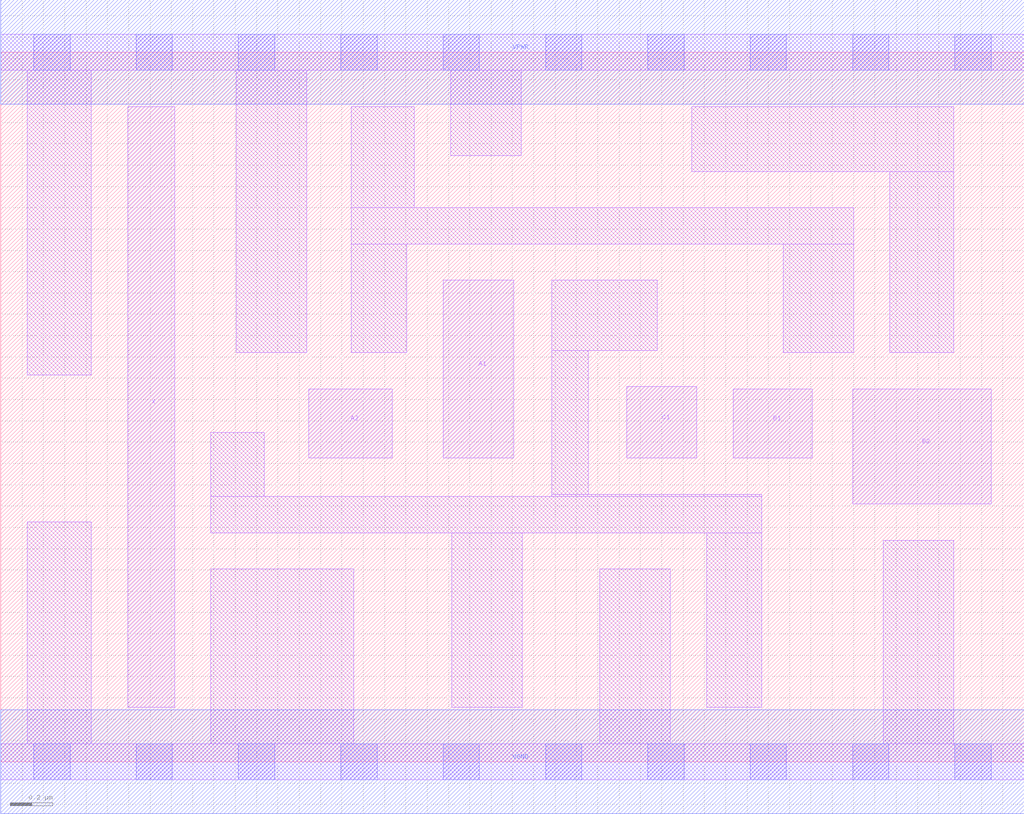
<source format=lef>
# Copyright 2020 The SkyWater PDK Authors
#
# Licensed under the Apache License, Version 2.0 (the "License");
# you may not use this file except in compliance with the License.
# You may obtain a copy of the License at
#
#     https://www.apache.org/licenses/LICENSE-2.0
#
# Unless required by applicable law or agreed to in writing, software
# distributed under the License is distributed on an "AS IS" BASIS,
# WITHOUT WARRANTIES OR CONDITIONS OF ANY KIND, either express or implied.
# See the License for the specific language governing permissions and
# limitations under the License.
#
# SPDX-License-Identifier: Apache-2.0

VERSION 5.7 ;
  NAMESCASESENSITIVE ON ;
  NOWIREEXTENSIONATPIN ON ;
  DIVIDERCHAR "/" ;
  BUSBITCHARS "[]" ;
UNITS
  DATABASE MICRONS 200 ;
END UNITS
MACRO sky130_fd_sc_lp__a221o_2
  CLASS CORE ;
  SOURCE USER ;
  FOREIGN sky130_fd_sc_lp__a221o_2 ;
  ORIGIN  0.000000  0.000000 ;
  SIZE  4.800000 BY  3.330000 ;
  SYMMETRY X Y R90 ;
  SITE unit ;
  PIN A1
    ANTENNAGATEAREA  0.315000 ;
    DIRECTION INPUT ;
    USE SIGNAL ;
    PORT
      LAYER li1 ;
        RECT 2.075000 1.425000 2.405000 2.260000 ;
    END
  END A1
  PIN A2
    ANTENNAGATEAREA  0.315000 ;
    DIRECTION INPUT ;
    USE SIGNAL ;
    PORT
      LAYER li1 ;
        RECT 1.445000 1.425000 1.835000 1.750000 ;
    END
  END A2
  PIN B1
    ANTENNAGATEAREA  0.315000 ;
    DIRECTION INPUT ;
    USE SIGNAL ;
    PORT
      LAYER li1 ;
        RECT 3.435000 1.425000 3.805000 1.750000 ;
    END
  END B1
  PIN B2
    ANTENNAGATEAREA  0.315000 ;
    DIRECTION INPUT ;
    USE SIGNAL ;
    PORT
      LAYER li1 ;
        RECT 3.995000 1.210000 4.645000 1.750000 ;
    END
  END B2
  PIN C1
    ANTENNAGATEAREA  0.315000 ;
    DIRECTION INPUT ;
    USE SIGNAL ;
    PORT
      LAYER li1 ;
        RECT 2.935000 1.425000 3.265000 1.760000 ;
    END
  END C1
  PIN X
    ANTENNADIFFAREA  0.588000 ;
    DIRECTION OUTPUT ;
    USE SIGNAL ;
    PORT
      LAYER li1 ;
        RECT 0.595000 0.255000 0.815000 3.075000 ;
    END
  END X
  PIN VGND
    DIRECTION INOUT ;
    USE GROUND ;
    PORT
      LAYER met1 ;
        RECT 0.000000 -0.245000 4.800000 0.245000 ;
    END
  END VGND
  PIN VPWR
    DIRECTION INOUT ;
    USE POWER ;
    PORT
      LAYER met1 ;
        RECT 0.000000 3.085000 4.800000 3.575000 ;
    END
  END VPWR
  OBS
    LAYER li1 ;
      RECT 0.000000 -0.085000 4.800000 0.085000 ;
      RECT 0.000000  3.245000 4.800000 3.415000 ;
      RECT 0.125000  0.085000 0.425000 1.125000 ;
      RECT 0.125000  1.815000 0.425000 3.245000 ;
      RECT 0.985000  0.085000 1.655000 0.905000 ;
      RECT 0.985000  1.075000 3.570000 1.245000 ;
      RECT 0.985000  1.245000 1.235000 1.545000 ;
      RECT 1.105000  1.920000 1.435000 3.245000 ;
      RECT 1.645000  1.920000 1.905000 2.430000 ;
      RECT 1.645000  2.430000 4.000000 2.600000 ;
      RECT 1.645000  2.600000 1.940000 3.075000 ;
      RECT 2.110000  2.845000 2.440000 3.245000 ;
      RECT 2.115000  0.255000 2.445000 1.075000 ;
      RECT 2.585000  1.245000 3.570000 1.255000 ;
      RECT 2.585000  1.255000 2.755000 1.930000 ;
      RECT 2.585000  1.930000 3.080000 2.260000 ;
      RECT 2.810000  0.085000 3.140000 0.905000 ;
      RECT 3.240000  2.770000 4.470000 3.075000 ;
      RECT 3.310000  0.255000 3.570000 1.075000 ;
      RECT 3.670000  1.920000 4.000000 2.430000 ;
      RECT 4.140000  0.085000 4.470000 1.040000 ;
      RECT 4.170000  1.920000 4.470000 2.770000 ;
    LAYER mcon ;
      RECT 0.155000 -0.085000 0.325000 0.085000 ;
      RECT 0.155000  3.245000 0.325000 3.415000 ;
      RECT 0.635000 -0.085000 0.805000 0.085000 ;
      RECT 0.635000  3.245000 0.805000 3.415000 ;
      RECT 1.115000 -0.085000 1.285000 0.085000 ;
      RECT 1.115000  3.245000 1.285000 3.415000 ;
      RECT 1.595000 -0.085000 1.765000 0.085000 ;
      RECT 1.595000  3.245000 1.765000 3.415000 ;
      RECT 2.075000 -0.085000 2.245000 0.085000 ;
      RECT 2.075000  3.245000 2.245000 3.415000 ;
      RECT 2.555000 -0.085000 2.725000 0.085000 ;
      RECT 2.555000  3.245000 2.725000 3.415000 ;
      RECT 3.035000 -0.085000 3.205000 0.085000 ;
      RECT 3.035000  3.245000 3.205000 3.415000 ;
      RECT 3.515000 -0.085000 3.685000 0.085000 ;
      RECT 3.515000  3.245000 3.685000 3.415000 ;
      RECT 3.995000 -0.085000 4.165000 0.085000 ;
      RECT 3.995000  3.245000 4.165000 3.415000 ;
      RECT 4.475000 -0.085000 4.645000 0.085000 ;
      RECT 4.475000  3.245000 4.645000 3.415000 ;
  END
END sky130_fd_sc_lp__a221o_2
END LIBRARY

</source>
